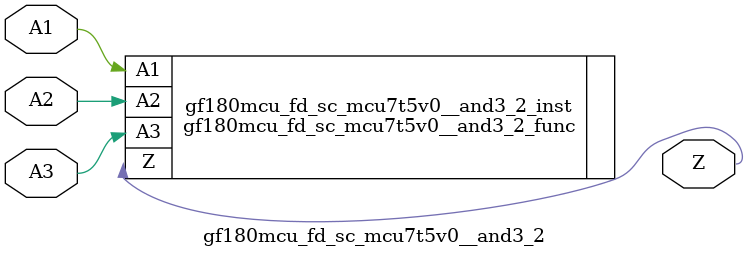
<source format=v>

module gf180mcu_fd_sc_mcu7t5v0__and3_2( A1, A2, A3, Z );
input A1, A2, A3;
output Z;

   `ifdef FUNCTIONAL  //  functional //

	gf180mcu_fd_sc_mcu7t5v0__and3_2_func gf180mcu_fd_sc_mcu7t5v0__and3_2_behav_inst(.A1(A1),.A2(A2),.A3(A3),.Z(Z));

   `else

	gf180mcu_fd_sc_mcu7t5v0__and3_2_func gf180mcu_fd_sc_mcu7t5v0__and3_2_inst(.A1(A1),.A2(A2),.A3(A3),.Z(Z));

	// spec_gates_begin


	// spec_gates_end



   specify

	// specify_block_begin

	// comb arc A1 --> Z
	 (A1 => Z) = (1.0,1.0);

	// comb arc A2 --> Z
	 (A2 => Z) = (1.0,1.0);

	// comb arc A3 --> Z
	 (A3 => Z) = (1.0,1.0);

	// specify_block_end

   endspecify

   `endif

endmodule

</source>
